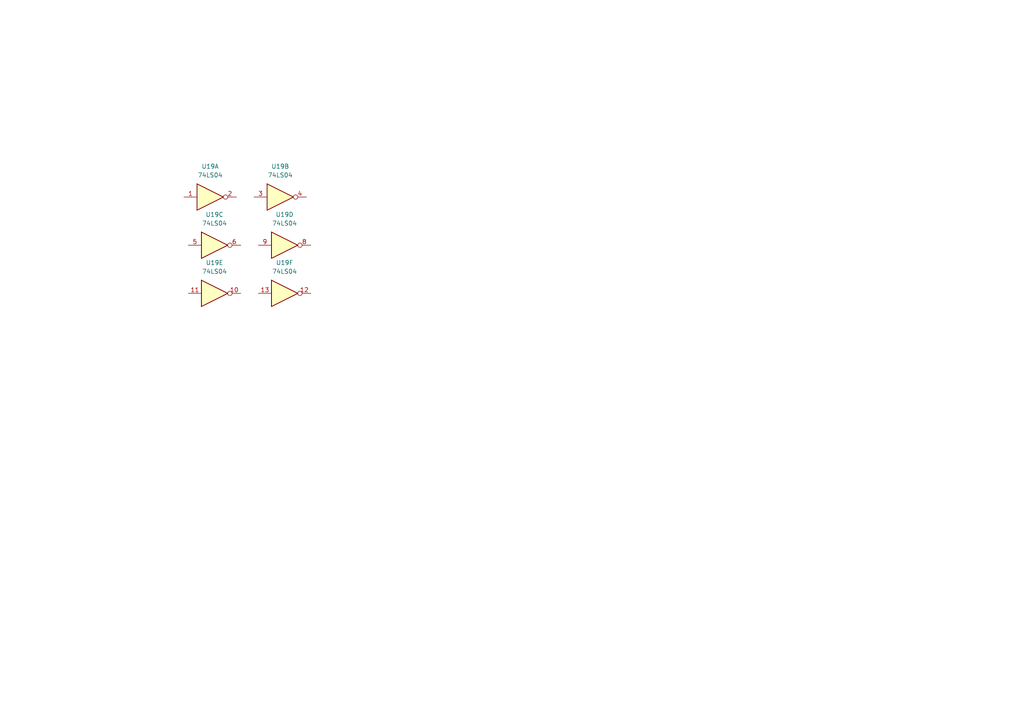
<source format=kicad_sch>
(kicad_sch (version 20231120) (generator "eeschema") (generator_version "8.0")
  (paper "A4")
  (lib_symbols
    (symbol "74xx:74LS04"
      (property "Reference" "U" (at 0 1.27 0))
      (property "Value" "74LS04" (at 0 -1.27 0))
      (symbol "74LS04_1_0"
        (polyline (pts (xy -3.81 3.81) (xy -3.81 -3.81) (xy 3.81 0) (xy -3.81 3.81)) (stroke (width 0.254)) (fill (type background)))
        (pin input line (at -7.62 0 0) (length 3.81) (name "~") (number "1"))
        (pin output inverted (at 7.62 0 180) (length 3.81) (name "~") (number "2"))
      )
      (symbol "74LS04_2_0"
        (polyline (pts (xy -3.81 3.81) (xy -3.81 -3.81) (xy 3.81 0) (xy -3.81 3.81)) (stroke (width 0.254)) (fill (type background)))
        (pin input line (at -7.62 0 0) (length 3.81) (name "~") (number "3"))
        (pin output inverted (at 7.62 0 180) (length 3.81) (name "~") (number "4"))
      )
      (symbol "74LS04_3_0"
        (polyline (pts (xy -3.81 3.81) (xy -3.81 -3.81) (xy 3.81 0) (xy -3.81 3.81)) (stroke (width 0.254)) (fill (type background)))
        (pin input line (at -7.62 0 0) (length 3.81) (name "~") (number "5"))
        (pin output inverted (at 7.62 0 180) (length 3.81) (name "~") (number "6"))
      )
      (symbol "74LS04_4_0"
        (polyline (pts (xy -3.81 3.81) (xy -3.81 -3.81) (xy 3.81 0) (xy -3.81 3.81)) (stroke (width 0.254)) (fill (type background)))
        (pin output inverted (at 7.62 0 180) (length 3.81) (name "~") (number "8"))
        (pin input line (at -7.62 0 0) (length 3.81) (name "~") (number "9"))
      )
      (symbol "74LS04_5_0"
        (polyline (pts (xy -3.81 3.81) (xy -3.81 -3.81) (xy 3.81 0) (xy -3.81 3.81)) (stroke (width 0.254)) (fill (type background)))
        (pin output inverted (at 7.62 0 180) (length 3.81) (name "~") (number "10"))
        (pin input line (at -7.62 0 0) (length 3.81) (name "~") (number "11"))
      )
      (symbol "74LS04_6_0"
        (polyline (pts (xy -3.81 3.81) (xy -3.81 -3.81) (xy 3.81 0) (xy -3.81 3.81)) (stroke (width 0.254)) (fill (type background)))
        (pin output inverted (at 7.62 0 180) (length 3.81) (name "~") (number "12"))
        (pin input line (at -7.62 0 0) (length 3.81) (name "~") (number "13"))
      )
      (symbol "74LS04_7_0"
        (pin power_in line (at 0 12.7 270) (length 5.08) (name "VCC") (number "14"))
        (pin power_in line (at 0 -12.7 90) (length 5.08) (name "GND") (number "7"))
      )
      (symbol "74LS04_7_1"
        (rectangle (start -5.08 7.62) (end 5.08 -7.62) (stroke (width 0.254)) (fill (type background)))
      )
    )
  )
  (symbol (lib_id "74xx:74LS04") (at 62.23 71.12 0) (unit 3)
    (property "Reference" "U19" (at 62.23 62.23 0))
    (property "Value" "74LS04" (at 62.23 64.77 0))
    (property "Datasheet" "http://www.ti.com/lit/gpn/sn74LS04" (effects (hide yes)))
    (property "Description" "Hex Inverter" (effects (hide yes)))
  )
  (symbol (lib_id "74xx:74LS04") (at 60.96 57.15 0) (unit 1)
    (property "Reference" "U19" (at 60.96 48.26 0))
    (property "Value" "74LS04" (at 60.96 50.8 0))
    (property "Datasheet" "http://www.ti.com/lit/gpn/sn74LS04" (effects (hide yes)))
    (property "Description" "Hex Inverter" (effects (hide yes)))
  )
  (symbol (lib_id "74xx:74LS04") (at 81.28 57.15 0) (unit 2)
    (property "Reference" "U19" (at 81.28 48.26 0))
    (property "Value" "74LS04" (at 81.28 50.8 0))
    (property "Datasheet" "http://www.ti.com/lit/gpn/sn74LS04" (effects (hide yes)))
    (property "Description" "Hex Inverter" (effects (hide yes)))
  )
  (symbol (lib_id "74xx:74LS04") (at 82.55 85.09 0) (unit 6)
    (property "Reference" "U19" (at 82.55 76.2 0))
    (property "Value" "74LS04" (at 82.55 78.74 0))
    (property "Datasheet" "http://www.ti.com/lit/gpn/sn74LS04" (effects (hide yes)))
    (property "Description" "Hex Inverter" (effects (hide yes)))
  )
  (symbol (lib_id "74xx:74LS04") (at 82.55 71.12 0) (unit 4)
    (property "Reference" "U19" (at 82.55 62.23 0))
    (property "Value" "74LS04" (at 82.55 64.77 0))
    (property "Datasheet" "http://www.ti.com/lit/gpn/sn74LS04" (effects (hide yes)))
    (property "Description" "Hex Inverter" (effects (hide yes)))
  )
  (symbol (lib_id "74xx:74LS04") (at 62.23 85.09 0) (unit 5)
    (property "Reference" "U19" (at 62.23 76.2 0))
    (property "Value" "74LS04" (at 62.23 78.74 0))
    (property "Datasheet" "http://www.ti.com/lit/gpn/sn74LS04" (effects (hide yes)))
    (property "Description" "Hex Inverter" (effects (hide yes)))
  )
)
</source>
